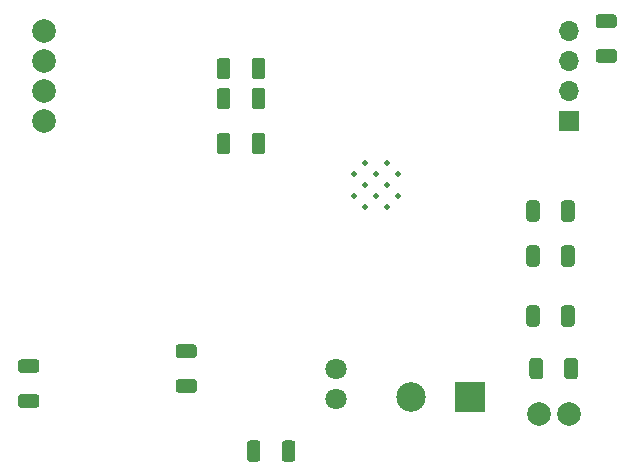
<source format=gbr>
G04 #@! TF.GenerationSoftware,KiCad,Pcbnew,(5.1.7)-1*
G04 #@! TF.CreationDate,2021-04-12T14:54:16+02:00*
G04 #@! TF.ProjectId,FitnessTracker.kicad_pcb2,4669746e-6573-4735-9472-61636b65722e,rev?*
G04 #@! TF.SameCoordinates,Original*
G04 #@! TF.FileFunction,Soldermask,Top*
G04 #@! TF.FilePolarity,Negative*
%FSLAX46Y46*%
G04 Gerber Fmt 4.6, Leading zero omitted, Abs format (unit mm)*
G04 Created by KiCad (PCBNEW (5.1.7)-1) date 2021-04-12 14:54:16*
%MOMM*%
%LPD*%
G01*
G04 APERTURE LIST*
%ADD10C,2.000000*%
%ADD11C,2.500000*%
%ADD12R,2.500000X2.500000*%
%ADD13C,1.800000*%
%ADD14C,0.500000*%
%ADD15R,1.700000X1.700000*%
%ADD16O,1.700000X1.700000*%
G04 APERTURE END LIST*
D10*
X162560000Y-71120000D03*
X162560000Y-68580000D03*
X162560000Y-66040000D03*
X162560000Y-63500000D03*
D11*
X193628000Y-94488000D03*
D12*
X198628000Y-94488000D03*
D10*
X204470000Y-95885000D03*
X207010000Y-95885000D03*
D13*
X187325000Y-94615000D03*
X187325000Y-92075000D03*
D14*
X191614500Y-78370000D03*
X189779500Y-78370000D03*
X192532000Y-77452500D03*
X190697000Y-77452500D03*
X188862000Y-77452500D03*
X191614500Y-76535000D03*
X189779500Y-76535000D03*
X192532000Y-75617500D03*
X190697000Y-75617500D03*
X188862000Y-75617500D03*
X191614500Y-74700000D03*
X189779500Y-74700000D03*
G36*
G01*
X173974999Y-92975000D02*
X175275001Y-92975000D01*
G75*
G02*
X175525000Y-93224999I0J-249999D01*
G01*
X175525000Y-93875001D01*
G75*
G02*
X175275001Y-94125000I-249999J0D01*
G01*
X173974999Y-94125000D01*
G75*
G02*
X173725000Y-93875001I0J249999D01*
G01*
X173725000Y-93224999D01*
G75*
G02*
X173974999Y-92975000I249999J0D01*
G01*
G37*
G36*
G01*
X173974999Y-90025000D02*
X175275001Y-90025000D01*
G75*
G02*
X175525000Y-90274999I0J-249999D01*
G01*
X175525000Y-90925001D01*
G75*
G02*
X175275001Y-91175000I-249999J0D01*
G01*
X173974999Y-91175000D01*
G75*
G02*
X173725000Y-90925001I0J249999D01*
G01*
X173725000Y-90274999D01*
G75*
G02*
X173974999Y-90025000I249999J0D01*
G01*
G37*
G36*
G01*
X160639999Y-91295000D02*
X161940001Y-91295000D01*
G75*
G02*
X162190000Y-91544999I0J-249999D01*
G01*
X162190000Y-92195001D01*
G75*
G02*
X161940001Y-92445000I-249999J0D01*
G01*
X160639999Y-92445000D01*
G75*
G02*
X160390000Y-92195001I0J249999D01*
G01*
X160390000Y-91544999D01*
G75*
G02*
X160639999Y-91295000I249999J0D01*
G01*
G37*
G36*
G01*
X160639999Y-94245000D02*
X161940001Y-94245000D01*
G75*
G02*
X162190000Y-94494999I0J-249999D01*
G01*
X162190000Y-95145001D01*
G75*
G02*
X161940001Y-95395000I-249999J0D01*
G01*
X160639999Y-95395000D01*
G75*
G02*
X160390000Y-95145001I0J249999D01*
G01*
X160390000Y-94494999D01*
G75*
G02*
X160639999Y-94245000I249999J0D01*
G01*
G37*
G36*
G01*
X177225000Y-67325001D02*
X177225000Y-66024999D01*
G75*
G02*
X177474999Y-65775000I249999J0D01*
G01*
X178125001Y-65775000D01*
G75*
G02*
X178375000Y-66024999I0J-249999D01*
G01*
X178375000Y-67325001D01*
G75*
G02*
X178125001Y-67575000I-249999J0D01*
G01*
X177474999Y-67575000D01*
G75*
G02*
X177225000Y-67325001I0J249999D01*
G01*
G37*
G36*
G01*
X180175000Y-67325001D02*
X180175000Y-66024999D01*
G75*
G02*
X180424999Y-65775000I249999J0D01*
G01*
X181075001Y-65775000D01*
G75*
G02*
X181325000Y-66024999I0J-249999D01*
G01*
X181325000Y-67325001D01*
G75*
G02*
X181075001Y-67575000I-249999J0D01*
G01*
X180424999Y-67575000D01*
G75*
G02*
X180175000Y-67325001I0J249999D01*
G01*
G37*
G36*
G01*
X180175000Y-69865001D02*
X180175000Y-68564999D01*
G75*
G02*
X180424999Y-68315000I249999J0D01*
G01*
X181075001Y-68315000D01*
G75*
G02*
X181325000Y-68564999I0J-249999D01*
G01*
X181325000Y-69865001D01*
G75*
G02*
X181075001Y-70115000I-249999J0D01*
G01*
X180424999Y-70115000D01*
G75*
G02*
X180175000Y-69865001I0J249999D01*
G01*
G37*
G36*
G01*
X177225000Y-69865001D02*
X177225000Y-68564999D01*
G75*
G02*
X177474999Y-68315000I249999J0D01*
G01*
X178125001Y-68315000D01*
G75*
G02*
X178375000Y-68564999I0J-249999D01*
G01*
X178375000Y-69865001D01*
G75*
G02*
X178125001Y-70115000I-249999J0D01*
G01*
X177474999Y-70115000D01*
G75*
G02*
X177225000Y-69865001I0J249999D01*
G01*
G37*
G36*
G01*
X204840000Y-91424999D02*
X204840000Y-92725001D01*
G75*
G02*
X204590001Y-92975000I-249999J0D01*
G01*
X203939999Y-92975000D01*
G75*
G02*
X203690000Y-92725001I0J249999D01*
G01*
X203690000Y-91424999D01*
G75*
G02*
X203939999Y-91175000I249999J0D01*
G01*
X204590001Y-91175000D01*
G75*
G02*
X204840000Y-91424999I0J-249999D01*
G01*
G37*
G36*
G01*
X207790000Y-91424999D02*
X207790000Y-92725001D01*
G75*
G02*
X207540001Y-92975000I-249999J0D01*
G01*
X206889999Y-92975000D01*
G75*
G02*
X206640000Y-92725001I0J249999D01*
G01*
X206640000Y-91424999D01*
G75*
G02*
X206889999Y-91175000I249999J0D01*
G01*
X207540001Y-91175000D01*
G75*
G02*
X207790000Y-91424999I0J-249999D01*
G01*
G37*
G36*
G01*
X183865000Y-98409999D02*
X183865000Y-99710001D01*
G75*
G02*
X183615001Y-99960000I-249999J0D01*
G01*
X182964999Y-99960000D01*
G75*
G02*
X182715000Y-99710001I0J249999D01*
G01*
X182715000Y-98409999D01*
G75*
G02*
X182964999Y-98160000I249999J0D01*
G01*
X183615001Y-98160000D01*
G75*
G02*
X183865000Y-98409999I0J-249999D01*
G01*
G37*
G36*
G01*
X180915000Y-98409999D02*
X180915000Y-99710001D01*
G75*
G02*
X180665001Y-99960000I-249999J0D01*
G01*
X180014999Y-99960000D01*
G75*
G02*
X179765000Y-99710001I0J249999D01*
G01*
X179765000Y-98409999D01*
G75*
G02*
X180014999Y-98160000I249999J0D01*
G01*
X180665001Y-98160000D01*
G75*
G02*
X180915000Y-98409999I0J-249999D01*
G01*
G37*
G36*
G01*
X180175000Y-73675001D02*
X180175000Y-72374999D01*
G75*
G02*
X180424999Y-72125000I249999J0D01*
G01*
X181075001Y-72125000D01*
G75*
G02*
X181325000Y-72374999I0J-249999D01*
G01*
X181325000Y-73675001D01*
G75*
G02*
X181075001Y-73925000I-249999J0D01*
G01*
X180424999Y-73925000D01*
G75*
G02*
X180175000Y-73675001I0J249999D01*
G01*
G37*
G36*
G01*
X177225000Y-73675001D02*
X177225000Y-72374999D01*
G75*
G02*
X177474999Y-72125000I249999J0D01*
G01*
X178125001Y-72125000D01*
G75*
G02*
X178375000Y-72374999I0J-249999D01*
G01*
X178375000Y-73675001D01*
G75*
G02*
X178125001Y-73925000I-249999J0D01*
G01*
X177474999Y-73925000D01*
G75*
G02*
X177225000Y-73675001I0J249999D01*
G01*
G37*
G36*
G01*
X207512500Y-81899999D02*
X207512500Y-83200001D01*
G75*
G02*
X207262501Y-83450000I-249999J0D01*
G01*
X206612499Y-83450000D01*
G75*
G02*
X206362500Y-83200001I0J249999D01*
G01*
X206362500Y-81899999D01*
G75*
G02*
X206612499Y-81650000I249999J0D01*
G01*
X207262501Y-81650000D01*
G75*
G02*
X207512500Y-81899999I0J-249999D01*
G01*
G37*
G36*
G01*
X204562500Y-81899999D02*
X204562500Y-83200001D01*
G75*
G02*
X204312501Y-83450000I-249999J0D01*
G01*
X203662499Y-83450000D01*
G75*
G02*
X203412500Y-83200001I0J249999D01*
G01*
X203412500Y-81899999D01*
G75*
G02*
X203662499Y-81650000I249999J0D01*
G01*
X204312501Y-81650000D01*
G75*
G02*
X204562500Y-81899999I0J-249999D01*
G01*
G37*
G36*
G01*
X209534999Y-62085000D02*
X210835001Y-62085000D01*
G75*
G02*
X211085000Y-62334999I0J-249999D01*
G01*
X211085000Y-62985001D01*
G75*
G02*
X210835001Y-63235000I-249999J0D01*
G01*
X209534999Y-63235000D01*
G75*
G02*
X209285000Y-62985001I0J249999D01*
G01*
X209285000Y-62334999D01*
G75*
G02*
X209534999Y-62085000I249999J0D01*
G01*
G37*
G36*
G01*
X209534999Y-65035000D02*
X210835001Y-65035000D01*
G75*
G02*
X211085000Y-65284999I0J-249999D01*
G01*
X211085000Y-65935001D01*
G75*
G02*
X210835001Y-66185000I-249999J0D01*
G01*
X209534999Y-66185000D01*
G75*
G02*
X209285000Y-65935001I0J249999D01*
G01*
X209285000Y-65284999D01*
G75*
G02*
X209534999Y-65035000I249999J0D01*
G01*
G37*
G36*
G01*
X204562500Y-78089999D02*
X204562500Y-79390001D01*
G75*
G02*
X204312501Y-79640000I-249999J0D01*
G01*
X203662499Y-79640000D01*
G75*
G02*
X203412500Y-79390001I0J249999D01*
G01*
X203412500Y-78089999D01*
G75*
G02*
X203662499Y-77840000I249999J0D01*
G01*
X204312501Y-77840000D01*
G75*
G02*
X204562500Y-78089999I0J-249999D01*
G01*
G37*
G36*
G01*
X207512500Y-78089999D02*
X207512500Y-79390001D01*
G75*
G02*
X207262501Y-79640000I-249999J0D01*
G01*
X206612499Y-79640000D01*
G75*
G02*
X206362500Y-79390001I0J249999D01*
G01*
X206362500Y-78089999D01*
G75*
G02*
X206612499Y-77840000I249999J0D01*
G01*
X207262501Y-77840000D01*
G75*
G02*
X207512500Y-78089999I0J-249999D01*
G01*
G37*
G36*
G01*
X207512500Y-86979999D02*
X207512500Y-88280001D01*
G75*
G02*
X207262501Y-88530000I-249999J0D01*
G01*
X206612499Y-88530000D01*
G75*
G02*
X206362500Y-88280001I0J249999D01*
G01*
X206362500Y-86979999D01*
G75*
G02*
X206612499Y-86730000I249999J0D01*
G01*
X207262501Y-86730000D01*
G75*
G02*
X207512500Y-86979999I0J-249999D01*
G01*
G37*
G36*
G01*
X204562500Y-86979999D02*
X204562500Y-88280001D01*
G75*
G02*
X204312501Y-88530000I-249999J0D01*
G01*
X203662499Y-88530000D01*
G75*
G02*
X203412500Y-88280001I0J249999D01*
G01*
X203412500Y-86979999D01*
G75*
G02*
X203662499Y-86730000I249999J0D01*
G01*
X204312501Y-86730000D01*
G75*
G02*
X204562500Y-86979999I0J-249999D01*
G01*
G37*
D15*
X207010000Y-71120000D03*
D16*
X207010000Y-68580000D03*
X207010000Y-66040000D03*
X207010000Y-63500000D03*
M02*

</source>
